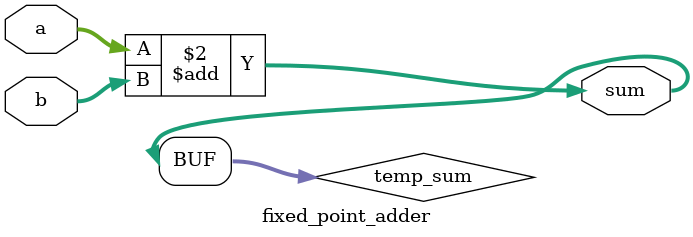
<source format=sv>


//endmodule
//
`timescale 1ns / 1ps

module fixed_point_adder #(parameter n1 = 8, parameter n2 = 8, parameter m1 = 8, parameter m2 = 8)
    (
    input logic [n1+m1-1:0] a,  
    input logic [n2+m2-1:0] b,  
    output logic [maxdecimal+maxfraction:0] sum
  
);
     
    parameter maxfraction = m1 > m2 ? m1 : m2;
    parameter maxdecimal = n1 > n2 ? n1 : n2;
    logic [maxdecimal+maxfraction:0] temp_sum;  
      
    always_comb begin
        temp_sum = a + b;
        sum = temp_sum;
    end

endmodule


</source>
